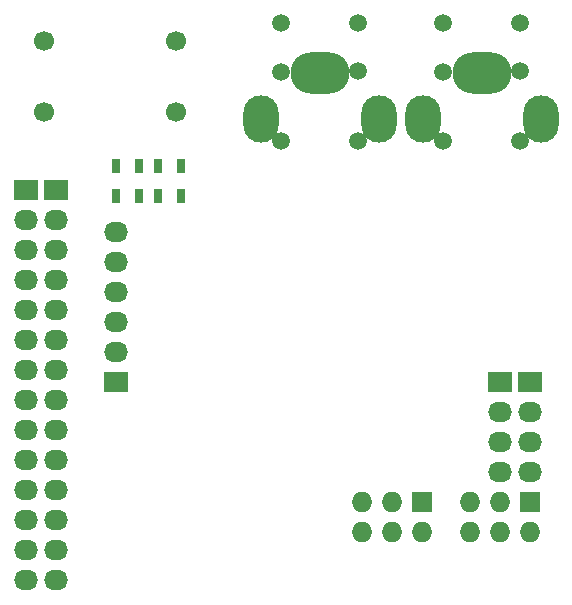
<source format=gbs>
G04 #@! TF.FileFunction,Soldermask,Bot*
%FSLAX46Y46*%
G04 Gerber Fmt 4.6, Leading zero omitted, Abs format (unit mm)*
G04 Created by KiCad (PCBNEW 4.0.0-2.201512091501+6195~38~ubuntu14.04.1-stable) date Wed 16 Dec 2015 16:04:53 GMT*
%MOMM*%
G01*
G04 APERTURE LIST*
%ADD10C,0.100000*%
%ADD11R,1.727200X1.727200*%
%ADD12O,1.727200X1.727200*%
%ADD13C,1.500000*%
%ADD14O,3.000000X4.000000*%
%ADD15O,5.000000X3.500000*%
%ADD16R,2.032000X1.727200*%
%ADD17O,2.032000X1.727200*%
%ADD18R,0.700000X1.300000*%
%ADD19C,1.700000*%
G04 APERTURE END LIST*
D10*
D11*
X137668000Y-141732000D03*
D12*
X137668000Y-144272000D03*
X135128000Y-141732000D03*
X135128000Y-144272000D03*
X132588000Y-141732000D03*
X132588000Y-144272000D03*
D11*
X146812000Y-141732000D03*
D12*
X146812000Y-144272000D03*
X144272000Y-141732000D03*
X144272000Y-144272000D03*
X141732000Y-141732000D03*
X141732000Y-144272000D03*
D13*
X145998000Y-111176000D03*
X139498000Y-111176000D03*
X145998000Y-105176000D03*
X139498000Y-105276000D03*
X145998000Y-101176000D03*
X139498000Y-101176000D03*
D14*
X147748000Y-109276000D03*
X137748000Y-109276000D03*
D15*
X142748000Y-105376000D03*
D13*
X132282000Y-111176000D03*
X125782000Y-111176000D03*
X132282000Y-105176000D03*
X125782000Y-105276000D03*
X132282000Y-101176000D03*
X125782000Y-101176000D03*
D14*
X134032000Y-109276000D03*
X124032000Y-109276000D03*
D15*
X129032000Y-105376000D03*
D16*
X146812000Y-131572000D03*
D17*
X146812000Y-134112000D03*
X146812000Y-136652000D03*
X146812000Y-139192000D03*
D18*
X117282000Y-113284000D03*
X115382000Y-113284000D03*
X111826000Y-113284000D03*
X113726000Y-113284000D03*
X117282000Y-115824000D03*
X115382000Y-115824000D03*
X111826000Y-115824000D03*
X113726000Y-115824000D03*
D19*
X116840000Y-108656000D03*
X116840000Y-102656000D03*
X105664000Y-108656000D03*
X105664000Y-102656000D03*
D16*
X104140000Y-115316000D03*
D17*
X104140000Y-117856000D03*
X104140000Y-120396000D03*
X104140000Y-122936000D03*
X104140000Y-125476000D03*
X104140000Y-128016000D03*
X104140000Y-130556000D03*
X104140000Y-133096000D03*
X104140000Y-135636000D03*
X104140000Y-138176000D03*
X104140000Y-140716000D03*
X104140000Y-143256000D03*
X104140000Y-145796000D03*
X104140000Y-148336000D03*
D16*
X106680000Y-115316000D03*
D17*
X106680000Y-117856000D03*
X106680000Y-120396000D03*
X106680000Y-122936000D03*
X106680000Y-125476000D03*
X106680000Y-128016000D03*
X106680000Y-130556000D03*
X106680000Y-133096000D03*
X106680000Y-135636000D03*
X106680000Y-138176000D03*
X106680000Y-140716000D03*
X106680000Y-143256000D03*
X106680000Y-145796000D03*
X106680000Y-148336000D03*
D16*
X111760000Y-131572000D03*
D17*
X111760000Y-129032000D03*
X111760000Y-126492000D03*
X111760000Y-123952000D03*
X111760000Y-121412000D03*
X111760000Y-118872000D03*
D16*
X144272000Y-131572000D03*
D17*
X144272000Y-134112000D03*
X144272000Y-136652000D03*
X144272000Y-139192000D03*
M02*

</source>
